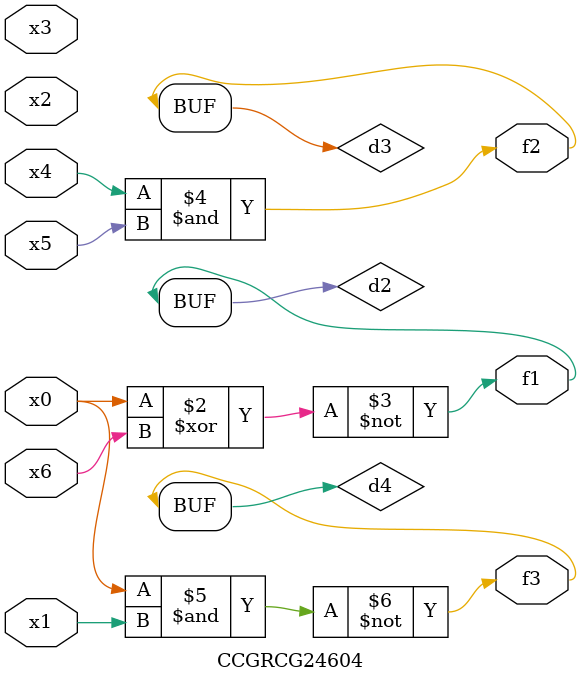
<source format=v>
module CCGRCG24604(
	input x0, x1, x2, x3, x4, x5, x6,
	output f1, f2, f3
);

	wire d1, d2, d3, d4;

	nor (d1, x0);
	xnor (d2, x0, x6);
	and (d3, x4, x5);
	nand (d4, x0, x1);
	assign f1 = d2;
	assign f2 = d3;
	assign f3 = d4;
endmodule

</source>
